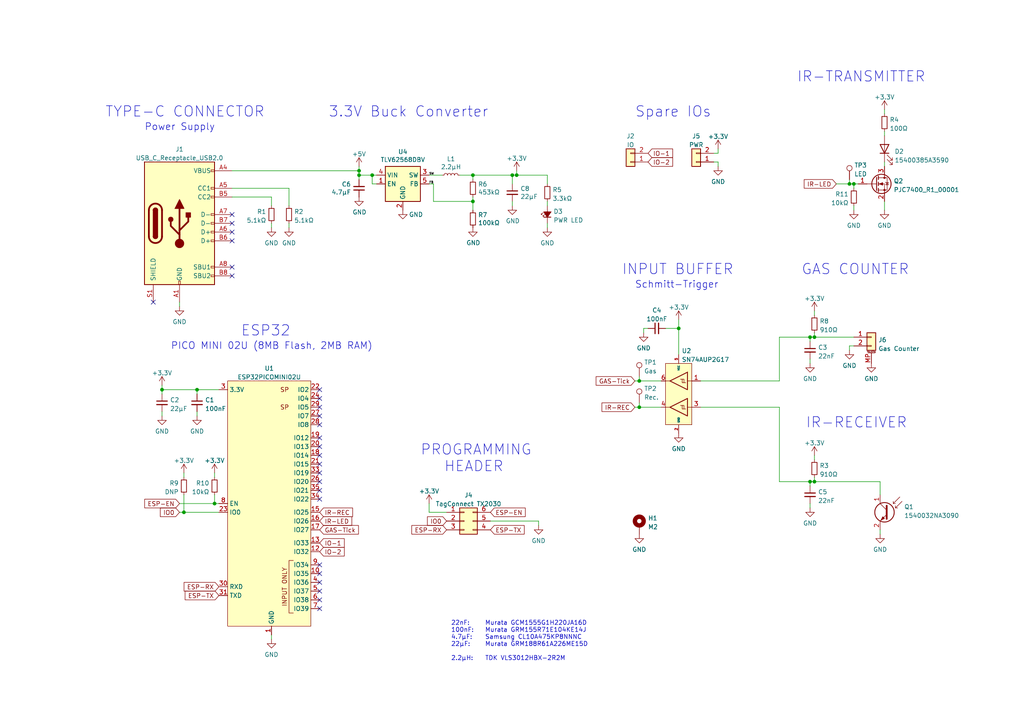
<source format=kicad_sch>
(kicad_sch (version 20211123) (generator eeschema)
  (paper "A4")
  (lib_symbols
    (symbol "Connector:TestPoint" (pin_numbers hide) (pin_names (offset 0.762) hide)
      (property "Reference" "TP" (at 0 6.858 0))
      (property "Value" "TestPoint" (at 0 5.08 0))
      (symbol "TestPoint_0_1"
        (circle (center 0 3.302) (radius 0.762))
      )
      (symbol "TestPoint_1_1"
        (pin passive line (at 0 0 90) (length 2.54) (name "1") (number "1"))
      )
    )
    (symbol "Connector:USB_C_Receptacle_USB2.0" (pin_names (offset 1.016))
      (property "Reference" "J" (at -10.16 19.05 0))
      (property "Value" "USB_C_Receptacle_USB2.0" (at 19.05 19.05 0))
      (symbol "USB_C_Receptacle_USB2.0_0_0"
        (rectangle (start -0.254 -17.78) (end 0.254 -16.764))
        (rectangle (start 10.16 -14.986) (end 9.144 -15.494))
        (rectangle (start 10.16 -12.446) (end 9.144 -12.954))
        (rectangle (start 10.16 -4.826) (end 9.144 -5.334))
        (rectangle (start 10.16 -2.286) (end 9.144 -2.794))
        (rectangle (start 10.16 0.254) (end 9.144 -0.254))
        (rectangle (start 10.16 2.794) (end 9.144 2.286))
        (rectangle (start 10.16 7.874) (end 9.144 7.366))
        (rectangle (start 10.16 10.414) (end 9.144 9.906))
        (rectangle (start 10.16 15.494) (end 9.144 14.986))
      )
      (symbol "USB_C_Receptacle_USB2.0_0_1"
        (rectangle (start -10.16 17.78) (end 10.16 -17.78) (stroke (width 0.254)) (fill (type background)))
        (arc (start -8.89 -3.81) (mid -6.985 -5.715) (end -5.08 -3.81) (stroke (width 0.508)))
        (arc (start -7.62 -3.81) (mid -6.985 -4.445) (end -6.35 -3.81) (stroke (width 0.254)))
        (arc (start -7.62 -3.81) (mid -6.985 -4.445) (end -6.35 -3.81) (stroke (width 0.254)) (fill (type outline)))
        (rectangle (start -7.62 -3.81) (end -6.35 3.81) (stroke (width 0.254)) (fill (type outline)))
        (arc (start -6.35 3.81) (mid -6.985 4.445) (end -7.62 3.81) (stroke (width 0.254)))
        (arc (start -6.35 3.81) (mid -6.985 4.445) (end -7.62 3.81) (stroke (width 0.254)) (fill (type outline)))
        (arc (start -5.08 3.81) (mid -6.985 5.715) (end -8.89 3.81) (stroke (width 0.508)))
        (circle (center -2.54 1.143) (radius 0.635) (stroke (width 0.254)) (fill (type outline)))
        (circle (center 0 -5.842) (radius 1.27) (fill (type outline)))
        (polyline (pts (xy -8.89 -3.81) (xy -8.89 3.81)) (stroke (width 0.508)))
        (polyline (pts (xy -5.08 3.81) (xy -5.08 -3.81)) (stroke (width 0.508)))
        (polyline (pts (xy 0 -5.842) (xy 0 4.318)) (stroke (width 0.508)))
        (polyline (pts (xy 0 -3.302) (xy -2.54 -0.762) (xy -2.54 0.508)) (stroke (width 0.508)))
        (polyline (pts (xy 0 -2.032) (xy 2.54 0.508) (xy 2.54 1.778)) (stroke (width 0.508)))
        (polyline (pts (xy -1.27 4.318) (xy 0 6.858) (xy 1.27 4.318) (xy -1.27 4.318)) (stroke (width 0.254)) (fill (type outline)))
        (rectangle (start 1.905 1.778) (end 3.175 3.048) (stroke (width 0.254)) (fill (type outline)))
      )
      (symbol "USB_C_Receptacle_USB2.0_1_1"
        (pin passive line (at 0 -22.86 90) (length 5.08) (name "GND") (number "A1"))
        (pin passive line (at 0 -22.86 90) (length 5.08) hide (name "GND") (number "A12"))
        (pin passive line (at 15.24 15.24 180) (length 5.08) (name "VBUS") (number "A4"))
        (pin bidirectional line (at 15.24 10.16 180) (length 5.08) (name "CC1") (number "A5"))
        (pin bidirectional line (at 15.24 -2.54 180) (length 5.08) (name "D+") (number "A6"))
        (pin bidirectional line (at 15.24 2.54 180) (length 5.08) (name "D-") (number "A7"))
        (pin bidirectional line (at 15.24 -12.7 180) (length 5.08) (name "SBU1") (number "A8"))
        (pin passive line (at 15.24 15.24 180) (length 5.08) hide (name "VBUS") (number "A9"))
        (pin passive line (at 0 -22.86 90) (length 5.08) hide (name "GND") (number "B1"))
        (pin passive line (at 0 -22.86 90) (length 5.08) hide (name "GND") (number "B12"))
        (pin passive line (at 15.24 15.24 180) (length 5.08) hide (name "VBUS") (number "B4"))
        (pin bidirectional line (at 15.24 7.62 180) (length 5.08) (name "CC2") (number "B5"))
        (pin bidirectional line (at 15.24 -5.08 180) (length 5.08) (name "D+") (number "B6"))
        (pin bidirectional line (at 15.24 0 180) (length 5.08) (name "D-") (number "B7"))
        (pin bidirectional line (at 15.24 -15.24 180) (length 5.08) (name "SBU2") (number "B8"))
        (pin passive line (at 15.24 15.24 180) (length 5.08) hide (name "VBUS") (number "B9"))
        (pin passive line (at -7.62 -22.86 90) (length 5.08) (name "SHIELD") (number "S1"))
      )
    )
    (symbol "Connector_Generic:Conn_01x02" (pin_names (offset 1.016) hide)
      (property "Reference" "J" (at 0 2.54 0))
      (property "Value" "Conn_01x02" (at 0 -5.08 0))
      (symbol "Conn_01x02_1_1"
        (rectangle (start -1.27 -2.413) (end 0 -2.667) (stroke (width 0.1524)))
        (rectangle (start -1.27 0.127) (end 0 -0.127) (stroke (width 0.1524)))
        (rectangle (start -1.27 1.27) (end 1.27 -3.81) (stroke (width 0.254)) (fill (type background)))
        (pin passive line (at -5.08 0 0) (length 3.81) (name "Pin_1") (number "1"))
        (pin passive line (at -5.08 -2.54 0) (length 3.81) (name "Pin_2") (number "2"))
      )
    )
    (symbol "Connector_Generic:Conn_02x03_Counter_Clockwise" (pin_names (offset 1.016) hide)
      (property "Reference" "J" (at 1.27 5.08 0))
      (property "Value" "Conn_02x03_Counter_Clockwise" (at 1.27 -5.08 0))
      (symbol "Conn_02x03_Counter_Clockwise_1_1"
        (rectangle (start -1.27 -2.413) (end 0 -2.667) (stroke (width 0.1524)))
        (rectangle (start -1.27 0.127) (end 0 -0.127) (stroke (width 0.1524)))
        (rectangle (start -1.27 2.667) (end 0 2.413) (stroke (width 0.1524)))
        (rectangle (start -1.27 3.81) (end 3.81 -3.81) (stroke (width 0.254)) (fill (type background)))
        (rectangle (start 3.81 -2.413) (end 2.54 -2.667) (stroke (width 0.1524)))
        (rectangle (start 3.81 0.127) (end 2.54 -0.127) (stroke (width 0.1524)))
        (rectangle (start 3.81 2.667) (end 2.54 2.413) (stroke (width 0.1524)))
        (pin passive line (at -5.08 2.54 0) (length 3.81) (name "Pin_1") (number "1"))
        (pin passive line (at -5.08 0 0) (length 3.81) (name "Pin_2") (number "2"))
        (pin passive line (at -5.08 -2.54 0) (length 3.81) (name "Pin_3") (number "3"))
        (pin passive line (at 7.62 -2.54 180) (length 3.81) (name "Pin_4") (number "4"))
        (pin passive line (at 7.62 0 180) (length 3.81) (name "Pin_5") (number "5"))
        (pin passive line (at 7.62 2.54 180) (length 3.81) (name "Pin_6") (number "6"))
      )
    )
    (symbol "Connector_Generic_MountingPin:Conn_01x02_MountingPin" (pin_names (offset 1.016) hide)
      (property "Reference" "J" (at 0 2.54 0))
      (property "Value" "Conn_01x02_MountingPin" (at 1.27 -5.08 0))
      (symbol "Conn_01x02_MountingPin_1_1"
        (rectangle (start -1.27 -2.413) (end 0 -2.667) (stroke (width 0.1524)))
        (rectangle (start -1.27 0.127) (end 0 -0.127) (stroke (width 0.1524)))
        (rectangle (start -1.27 1.27) (end 1.27 -3.81) (stroke (width 0.254)) (fill (type background)))
        (polyline (pts (xy -1.016 -4.572) (xy 1.016 -4.572)) (stroke (width 0.1524)))
        (text "Mounting" (at 0 -4.191 0) (effects (font (size 0.381 0.381))))
        (pin passive line (at -5.08 0 0) (length 3.81) (name "Pin_1") (number "1"))
        (pin passive line (at -5.08 -2.54 0) (length 3.81) (name "Pin_2") (number "2"))
        (pin passive line (at 0 -7.62 90) (length 3.048) (name "MountPin") (number "MP"))
      )
    )
    (symbol "Device:C_Small" (pin_numbers hide) (pin_names (offset 0.254) hide)
      (property "Reference" "C" (at 0.254 1.778 0))
      (property "Value" "C_Small" (at 0.254 -2.032 0))
      (symbol "C_Small_0_1"
        (polyline (pts (xy -1.524 -0.508) (xy 1.524 -0.508)) (stroke (width 0.3302)))
        (polyline (pts (xy -1.524 0.508) (xy 1.524 0.508)) (stroke (width 0.3048)))
      )
      (symbol "C_Small_1_1"
        (pin passive line (at 0 2.54 270) (length 2.032) (name "~") (number "1"))
        (pin passive line (at 0 -2.54 90) (length 2.032) (name "~") (number "2"))
      )
    )
    (symbol "Device:LED" (pin_numbers hide) (pin_names (offset 1.016) hide)
      (property "Reference" "D" (at 0 2.54 0))
      (property "Value" "LED" (at 0 -2.54 0))
      (symbol "LED_0_1"
        (polyline (pts (xy -1.27 -1.27) (xy -1.27 1.27)) (stroke (width 0.254)))
        (polyline (pts (xy -1.27 0) (xy 1.27 0)))
        (polyline (pts (xy 1.27 -1.27) (xy 1.27 1.27) (xy -1.27 0) (xy 1.27 -1.27)) (stroke (width 0.254)))
        (polyline (pts (xy -3.048 -0.762) (xy -4.572 -2.286) (xy -3.81 -2.286) (xy -4.572 -2.286) (xy -4.572 -1.524)))
        (polyline (pts (xy -1.778 -0.762) (xy -3.302 -2.286) (xy -2.54 -2.286) (xy -3.302 -2.286) (xy -3.302 -1.524)))
      )
      (symbol "LED_1_1"
        (pin passive line (at -3.81 0 0) (length 2.54) (name "K") (number "1"))
        (pin passive line (at 3.81 0 180) (length 2.54) (name "A") (number "2"))
      )
    )
    (symbol "Device:LED_Small_Filled" (pin_numbers hide) (pin_names (offset 0.254) hide)
      (property "Reference" "D" (at -1.27 3.175 0))
      (property "Value" "LED_Small_Filled" (at -4.445 -2.54 0))
      (symbol "LED_Small_Filled_0_1"
        (polyline (pts (xy -0.762 -1.016) (xy -0.762 1.016)) (stroke (width 0.254)))
        (polyline (pts (xy 1.016 0) (xy -0.762 0)))
        (polyline (pts (xy 0.762 -1.016) (xy -0.762 0) (xy 0.762 1.016) (xy 0.762 -1.016)) (stroke (width 0.254)) (fill (type outline)))
        (polyline (pts (xy 0 0.762) (xy -0.508 1.27) (xy -0.254 1.27) (xy -0.508 1.27) (xy -0.508 1.016)))
        (polyline (pts (xy 0.508 1.27) (xy 0 1.778) (xy 0.254 1.778) (xy 0 1.778) (xy 0 1.524)))
      )
      (symbol "LED_Small_Filled_1_1"
        (pin passive line (at -2.54 0 0) (length 1.778) (name "K") (number "1"))
        (pin passive line (at 2.54 0 180) (length 1.778) (name "A") (number "2"))
      )
    )
    (symbol "Device:L_Small" (pin_numbers hide) (pin_names (offset 0.254) hide)
      (property "Reference" "L" (at 0.762 1.016 0))
      (property "Value" "L_Small" (at 0.762 -1.016 0))
      (symbol "L_Small_0_1"
        (arc (start 0 -2.032) (mid 0.508 -1.524) (end 0 -1.016))
        (arc (start 0 -1.016) (mid 0.508 -0.508) (end 0 0))
        (arc (start 0 0) (mid 0.508 0.508) (end 0 1.016))
        (arc (start 0 1.016) (mid 0.508 1.524) (end 0 2.032))
      )
      (symbol "L_Small_1_1"
        (pin passive line (at 0 2.54 270) (length 0.508) (name "~") (number "1"))
        (pin passive line (at 0 -2.54 90) (length 0.508) (name "~") (number "2"))
      )
    )
    (symbol "Device:Q_NMOS_GSD" (pin_names (offset 0) hide)
      (property "Reference" "Q" (at 5.08 1.27 0))
      (property "Value" "Q_NMOS_GSD" (at 5.08 -1.27 0))
      (symbol "Q_NMOS_GSD_0_1"
        (polyline (pts (xy 0.254 0) (xy -2.54 0)))
        (polyline (pts (xy 0.254 1.905) (xy 0.254 -1.905)) (stroke (width 0.254)))
        (polyline (pts (xy 0.762 -1.27) (xy 0.762 -2.286)) (stroke (width 0.254)))
        (polyline (pts (xy 0.762 0.508) (xy 0.762 -0.508)) (stroke (width 0.254)))
        (polyline (pts (xy 0.762 2.286) (xy 0.762 1.27)) (stroke (width 0.254)))
        (polyline (pts (xy 2.54 2.54) (xy 2.54 1.778)))
        (polyline (pts (xy 2.54 -2.54) (xy 2.54 0) (xy 0.762 0)))
        (polyline (pts (xy 0.762 -1.778) (xy 3.302 -1.778) (xy 3.302 1.778) (xy 0.762 1.778)))
        (polyline (pts (xy 1.016 0) (xy 2.032 0.381) (xy 2.032 -0.381) (xy 1.016 0)) (fill (type outline)))
        (polyline (pts (xy 2.794 0.508) (xy 2.921 0.381) (xy 3.683 0.381) (xy 3.81 0.254)))
        (polyline (pts (xy 3.302 0.381) (xy 2.921 -0.254) (xy 3.683 -0.254) (xy 3.302 0.381)))
        (circle (center 1.651 0) (radius 2.794) (stroke (width 0.254)))
        (circle (center 2.54 -1.778) (radius 0.254) (fill (type outline)))
        (circle (center 2.54 1.778) (radius 0.254) (fill (type outline)))
      )
      (symbol "Q_NMOS_GSD_1_1"
        (pin input line (at -5.08 0 0) (length 2.54) (name "G") (number "1"))
        (pin passive line (at 2.54 -5.08 90) (length 2.54) (name "S") (number "2"))
        (pin passive line (at 2.54 5.08 270) (length 2.54) (name "D") (number "3"))
      )
    )
    (symbol "Device:Q_Photo_NPN" (pin_names (offset 0) hide)
      (property "Reference" "Q" (at 5.08 1.27 0))
      (property "Value" "Q_Photo_NPN" (at 5.08 -1.27 0))
      (symbol "Q_Photo_NPN_0_1"
        (polyline (pts (xy -1.905 1.27) (xy -2.54 1.27)))
        (polyline (pts (xy -1.27 2.54) (xy -1.905 2.54)))
        (polyline (pts (xy 0.635 0.635) (xy 2.54 2.54)))
        (polyline (pts (xy -3.81 3.175) (xy -1.905 1.27) (xy -1.905 1.905)))
        (polyline (pts (xy -3.175 4.445) (xy -1.27 2.54) (xy -1.27 3.175)))
        (polyline (pts (xy 0.635 -0.635) (xy 2.54 -2.54) (xy 2.54 -2.54)))
        (polyline (pts (xy 0.635 1.905) (xy 0.635 -1.905) (xy 0.635 -1.905)) (stroke (width 0.508)))
        (polyline (pts (xy 1.27 -1.778) (xy 1.778 -1.27) (xy 2.286 -2.286) (xy 1.27 -1.778) (xy 1.27 -1.778)) (fill (type outline)))
        (circle (center 1.27 0) (radius 2.8194) (stroke (width 0.254)))
      )
      (symbol "Q_Photo_NPN_1_1"
        (pin passive line (at 2.54 5.08 270) (length 2.54) (name "C") (number "1"))
        (pin passive line (at 2.54 -5.08 90) (length 2.54) (name "E") (number "2"))
      )
    )
    (symbol "Device:R_Small" (pin_numbers hide) (pin_names (offset 0.254) hide)
      (property "Reference" "R" (at 0.762 0.508 0))
      (property "Value" "R_Small" (at 0.762 -1.016 0))
      (symbol "R_Small_0_1"
        (rectangle (start -0.762 1.778) (end 0.762 -1.778) (stroke (width 0.2032)))
      )
      (symbol "R_Small_1_1"
        (pin passive line (at 0 2.54 270) (length 0.762) (name "~") (number "1"))
        (pin passive line (at 0 -2.54 90) (length 0.762) (name "~") (number "2"))
      )
    )
    (symbol "Franz-Lib:ESP32­PICO­MINI­02U"
      (property "Reference" "U" (at 0 38.1 0))
      (property "Value" "ESP32­PICO­MINI­02U" (at 0 35.56 0))
      (symbol "ESP32­PICO­MINI­02U_0_0"
        (rectangle (start 11.43 -38.1) (end -12.7 33.02) (stroke (width 0.1524)) (fill (type background)))
        (text "INPUT ONLY" (at 3.81 -26.67 900) (effects (font (size 1.27 1.27))))
        (text "SP" (at 3.81 25.4 0) (effects (font (size 1.27 1.27))))
        (text "SP" (at 3.81 30.48 0) (effects (font (size 1.27 1.27))))
      )
      (symbol "ESP32­PICO­MINI­02U_0_1"
        (polyline (pts (xy 6.35 -19.05) (xy 5.08 -19.05) (xy 5.08 -34.29) (xy 6.35 -34.29)) (stroke (width 0.1524)))
      )
      (symbol "ESP32­PICO­MINI­02U_1_1"
        (pin power_in line (at 0 -40.64 90) (length 2.54) (name "GND") (number "1"))
        (pin input line (at 13.97 -22.86 180) (length 2.54) (name "IO35") (number "10"))
        (pin power_in line (at 0 -40.64 90) (length 2.54) hide (name "GND") (number "11"))
        (pin bidirectional line (at 13.97 -16.51 180) (length 2.54) (name "IO32") (number "12"))
        (pin bidirectional line (at 13.97 -13.97 180) (length 2.54) (name "IO33") (number "13"))
        (pin power_in line (at 0 -40.64 90) (length 2.54) hide (name "GND") (number "14"))
        (pin bidirectional line (at 13.97 -5.08 180) (length 2.54) (name "IO25") (number "15"))
        (pin bidirectional line (at 13.97 -7.62 180) (length 2.54) (name "IO26") (number "16"))
        (pin bidirectional line (at 13.97 -10.16 180) (length 2.54) (name "IO27") (number "17"))
        (pin bidirectional line (at 13.97 11.43 180) (length 2.54) (name "IO14") (number "18"))
        (pin bidirectional line (at 13.97 16.51 180) (length 2.54) (name "IO12") (number "19"))
        (pin power_in line (at 0 -40.64 90) (length 2.54) hide (name "GND") (number "2"))
        (pin bidirectional line (at 13.97 13.97 180) (length 2.54) (name "IO13") (number "20"))
        (pin bidirectional line (at 13.97 8.89 180) (length 2.54) (name "IO15") (number "21"))
        (pin bidirectional line (at 13.97 30.48 180) (length 2.54) (name "IO2") (number "22"))
        (pin bidirectional line (at -15.24 -5.08 0) (length 2.54) (name "IO0") (number "23"))
        (pin bidirectional line (at 13.97 27.94 180) (length 2.54) (name "IO4") (number "24"))
        (pin no_connect line (at -6.985 -38.735 90) (length 2.54) hide (name "NC") (number "25"))
        (pin bidirectional line (at 13.97 3.81 180) (length 2.54) (name "IO20") (number "26"))
        (pin bidirectional line (at 13.97 22.86 180) (length 2.54) (name "IO7") (number "27"))
        (pin bidirectional line (at 13.97 20.32 180) (length 2.54) (name "IO8") (number "28"))
        (pin bidirectional line (at 13.97 25.4 180) (length 2.54) (name "IO5") (number "29"))
        (pin power_in line (at -15.24 30.48 0) (length 2.54) (name "3.3V") (number "3"))
        (pin bidirectional line (at -15.24 -26.67 0) (length 2.54) (name "RXD") (number "30"))
        (pin bidirectional line (at -15.24 -29.21 0) (length 2.54) (name "TXD") (number "31"))
        (pin no_connect line (at -4.445 -38.735 90) (length 2.54) hide (name "NC") (number "32"))
        (pin bidirectional line (at 13.97 6.35 180) (length 2.54) (name "IO19") (number "33"))
        (pin bidirectional line (at 13.97 -1.27 180) (length 2.54) (name "IO22") (number "34"))
        (pin bidirectional line (at 13.97 1.27 180) (length 2.54) (name "IO21") (number "35"))
        (pin input line (at 13.97 -25.4 180) (length 2.54) (name "IO36") (number "4"))
        (pin power_in line (at 0 -40.64 90) (length 2.54) hide (name "GND") (number "49"))
        (pin input line (at 13.97 -27.94 180) (length 2.54) (name "IO37") (number "5"))
        (pin input line (at 13.97 -30.48 180) (length 2.54) (name "IO38") (number "6"))
        (pin input line (at 13.97 -33.02 180) (length 2.54) (name "IO39") (number "7"))
        (pin input line (at -15.24 -2.54 0) (length 2.54) (name "EN") (number "8"))
        (pin input line (at 13.97 -20.32 180) (length 2.54) (name "IO34") (number "9"))
      )
    )
    (symbol "Franz-Lib:SN74AUP2G17"
      (property "Reference" "U" (at 0 16.51 0))
      (property "Value" "SN74AUP2G17" (at 0 13.97 0))
      (symbol "SN74AUP2G17_0_1"
        (rectangle (start -3.81 8.89) (end 3.81 -8.89) (stroke (width 0.1524)) (fill (type background)))
        (polyline (pts (xy -2.54 -3.81) (xy -3.81 -3.81)) (stroke (width 0.1524)))
        (polyline (pts (xy -2.54 3.81) (xy -3.81 3.81)) (stroke (width 0.1524)))
        (polyline (pts (xy -1.016 -3.302) (xy -0.508 -3.302)))
        (polyline (pts (xy -1.016 4.318) (xy -0.508 4.318)))
        (polyline (pts (xy 2.54 -3.81) (xy 3.81 -3.81)) (stroke (width 0.1524)))
        (polyline (pts (xy 3.81 3.81) (xy 2.54 3.81)) (stroke (width 0.1524)))
        (polyline (pts (xy -2.54 -1.27) (xy -2.54 -6.35) (xy 2.54 -3.81) (xy -2.54 -1.27)) (stroke (width 0.254)) (fill (type background)))
        (polyline (pts (xy -2.54 6.35) (xy -2.54 1.27) (xy 2.54 3.81) (xy -2.54 6.35)) (stroke (width 0.254)) (fill (type background)))
        (polyline (pts (xy -1.524 -4.318) (xy -1.524 -3.302) (xy -1.016 -3.302) (xy -1.016 -4.318) (xy -2.032 -4.318)))
        (polyline (pts (xy -1.524 3.302) (xy -1.524 4.318) (xy -1.016 4.318) (xy -1.016 3.302) (xy -2.032 3.302)))
      )
      (symbol "SN74AUP2G17_1_1"
        (pin input line (at -6.35 3.81 0) (length 2.54) (name "~") (number "1"))
        (pin power_in line (at 0 -11.43 90) (length 2.54) (name "GND") (number "2"))
        (pin input line (at -6.35 -3.81 0) (length 2.54) (name "~") (number "3"))
        (pin output line (at 5.08 -3.81 180) (length 1.27) (name "~") (number "4"))
        (pin power_in line (at 0 11.43 270) (length 2.54) (name "VCC") (number "5"))
        (pin output line (at 5.08 3.81 180) (length 1.27) (name "~") (number "6"))
      )
    )
    (symbol "Mechanical:MountingHole_Pad" (pin_numbers hide) (pin_names (offset 1.016) hide)
      (property "Reference" "H" (at 0 6.35 0))
      (property "Value" "MountingHole_Pad" (at 0 4.445 0))
      (symbol "MountingHole_Pad_0_1"
        (circle (center 0 1.27) (radius 1.27) (stroke (width 1.27)))
      )
      (symbol "MountingHole_Pad_1_1"
        (pin input line (at 0 -2.54 90) (length 2.54) (name "1") (number "1"))
      )
    )
    (symbol "Regulator_Switching:TLV62568DBV"
      (property "Reference" "U" (at -5.08 6.35 0))
      (property "Value" "TLV62568DBV" (at 0 6.35 0))
      (symbol "TLV62568DBV_0_1"
        (rectangle (start -5.08 5.08) (end 5.08 -5.08) (stroke (width 0.254)) (fill (type background)))
      )
      (symbol "TLV62568DBV_1_1"
        (pin input line (at -7.62 0 0) (length 2.54) (name "EN") (number "1"))
        (pin power_in line (at 0 -7.62 90) (length 2.54) (name "GND") (number "2"))
        (pin power_out line (at 7.62 2.54 180) (length 2.54) (name "SW") (number "3"))
        (pin power_in line (at -7.62 2.54 0) (length 2.54) (name "VIN") (number "4"))
        (pin input line (at 7.62 0 180) (length 2.54) (name "FB") (number "5"))
      )
    )
    (symbol "power:+3.3V" (power) (pin_names (offset 0))
      (property "Value" "+3.3V" (at 0 3.556 0))
      (symbol "+3.3V_0_1"
        (polyline (pts (xy -0.762 1.27) (xy 0 2.54)))
        (polyline (pts (xy 0 0) (xy 0 2.54)))
        (polyline (pts (xy 0 2.54) (xy 0.762 1.27)))
      )
      (symbol "+3.3V_1_1"
        (pin power_in line (at 0 0 90) (length 0) hide (name "+3.3V") (number "1"))
      )
    )
    (symbol "power:+5V" (power) (pin_names (offset 0))
      (property "Value" "+5V" (at 0 3.556 0))
      (symbol "+5V_0_1"
        (polyline (pts (xy -0.762 1.27) (xy 0 2.54)))
        (polyline (pts (xy 0 0) (xy 0 2.54)))
        (polyline (pts (xy 0 2.54) (xy 0.762 1.27)))
      )
      (symbol "+5V_1_1"
        (pin power_in line (at 0 0 90) (length 0) hide (name "+5V") (number "1"))
      )
    )
    (symbol "power:GND" (power) (pin_names (offset 0))
      (property "Value" "GND" (at 0 -3.81 0))
      (symbol "GND_0_1"
        (polyline (pts (xy 0 0) (xy 0 -1.27) (xy 1.27 -1.27) (xy 0 -2.54) (xy -1.27 -1.27) (xy 0 -1.27)))
      )
      (symbol "GND_1_1"
        (pin power_in line (at 0 0 270) (length 0) hide (name "GND") (number "1"))
      )
    )
  )
  (junction (at 137.16 58.42))
  (junction (at 236.22 97.79))
  (junction (at 104.14 49.53))
  (junction (at 107.95 50.8))
  (junction (at 62.23 146.05))
  (junction (at 236.22 139.7))
  (junction (at 234.95 139.7))
  (junction (at 104.14 50.8))
  (junction (at 185.42 110.49))
  (junction (at 149.86 50.8))
  (junction (at 247.65 53.34))
  (junction (at 53.34 148.59))
  (junction (at 246.38 53.34))
  (junction (at 234.95 97.79))
  (junction (at 137.16 50.8))
  (junction (at 196.85 95.25))
  (junction (at 46.99 113.03))
  (junction (at 148.59 50.8))
  (junction (at 57.15 113.03))
  (junction (at 185.42 118.11))
  (no_connect (at 67.31 62.23))
  (no_connect (at 67.31 67.31))
  (no_connect (at 67.31 64.77))
  (no_connect (at 67.31 80.01))
  (no_connect (at 44.45 87.63))
  (no_connect (at 67.31 77.47))
  (no_connect (at 67.31 69.85))
  (no_connect (at 92.71 113.03))
  (no_connect (at 92.71 115.57))
  (no_connect (at 92.71 118.11))
  (no_connect (at 92.71 120.65))
  (no_connect (at 92.71 123.19))
  (no_connect (at 92.71 127))
  (no_connect (at 92.71 129.54))
  (no_connect (at 92.71 132.08))
  (no_connect (at 92.71 134.62))
  (no_connect (at 92.71 137.16))
  (no_connect (at 92.71 139.7))
  (no_connect (at 92.71 142.24))
  (no_connect (at 92.71 144.78))
  (no_connect (at 92.71 163.83))
  (no_connect (at 92.71 166.37))
  (no_connect (at 92.71 168.91))
  (no_connect (at 92.71 171.45))
  (no_connect (at 92.71 173.99))
  (no_connect (at 92.71 176.53))
  (wire (pts (xy 234.95 97.79) (xy 236.22 97.79)))
  (wire (pts (xy 137.16 58.42) (xy 125.73 58.42)))
  (wire (pts (xy 247.65 53.34) (xy 247.65 54.61)))
  (wire (pts (xy 156.21 152.4) (xy 156.21 151.13)))
  (wire (pts (xy 104.14 50.8) (xy 104.14 52.07)))
  (wire (pts (xy 234.95 97.79) (xy 234.95 99.06)))
  (wire (pts (xy 148.59 59.69) (xy 148.59 58.42)))
  (wire (pts (xy 62.23 137.16) (xy 62.23 138.43)))
  (wire (pts (xy 149.86 50.8) (xy 158.75 50.8)))
  (wire (pts (xy 185.42 109.22) (xy 185.42 110.49)))
  (wire (pts (xy 185.42 118.11) (xy 191.77 118.11)))
  (wire (pts (xy 226.06 139.7) (xy 234.95 139.7)))
  (wire (pts (xy 208.28 43.18) (xy 208.28 44.45)))
  (wire (pts (xy 57.15 120.65) (xy 57.15 119.38)))
  (wire (pts (xy 149.86 50.8) (xy 148.59 50.8)))
  (wire (pts (xy 124.46 50.8) (xy 128.27 50.8)))
  (wire (pts (xy 83.82 64.77) (xy 83.82 66.04)))
  (wire (pts (xy 46.99 111.76) (xy 46.99 113.03)))
  (wire (pts (xy 236.22 96.52) (xy 236.22 97.79)))
  (wire (pts (xy 78.74 184.15) (xy 78.74 185.42)))
  (wire (pts (xy 196.85 92.71) (xy 196.85 95.25)))
  (wire (pts (xy 83.82 54.61) (xy 83.82 59.69)))
  (wire (pts (xy 256.54 46.99) (xy 256.54 48.26)))
  (wire (pts (xy 109.22 53.34) (xy 107.95 53.34)))
  (wire (pts (xy 234.95 147.32) (xy 234.95 146.05)))
  (wire (pts (xy 137.16 58.42) (xy 137.16 60.96)))
  (wire (pts (xy 236.22 97.79) (xy 247.65 97.79)))
  (wire (pts (xy 186.69 96.52) (xy 186.69 95.25)))
  (wire (pts (xy 78.74 59.69) (xy 78.74 57.15)))
  (wire (pts (xy 57.15 113.03) (xy 63.5 113.03)))
  (wire (pts (xy 185.42 116.84) (xy 185.42 118.11)))
  (wire (pts (xy 137.16 50.8) (xy 137.16 52.07)))
  (wire (pts (xy 226.06 97.79) (xy 234.95 97.79)))
  (wire (pts (xy 149.86 49.53) (xy 149.86 50.8)))
  (wire (pts (xy 104.14 48.26) (xy 104.14 49.53)))
  (wire (pts (xy 57.15 114.3) (xy 57.15 113.03)))
  (wire (pts (xy 236.22 132.08) (xy 236.22 133.35)))
  (wire (pts (xy 208.28 44.45) (xy 207.01 44.45)))
  (wire (pts (xy 226.06 110.49) (xy 226.06 97.79)))
  (wire (pts (xy 148.59 53.34) (xy 148.59 50.8)))
  (wire (pts (xy 125.73 58.42) (xy 125.73 53.34)))
  (wire (pts (xy 52.07 88.9) (xy 52.07 87.63)))
  (wire (pts (xy 208.28 46.99) (xy 207.01 46.99)))
  (wire (pts (xy 256.54 38.1) (xy 256.54 39.37)))
  (wire (pts (xy 234.95 105.41) (xy 234.95 104.14)))
  (wire (pts (xy 246.38 53.34) (xy 247.65 53.34)))
  (wire (pts (xy 236.22 139.7) (xy 255.27 139.7)))
  (wire (pts (xy 158.75 50.8) (xy 158.75 53.34)))
  (wire (pts (xy 246.38 100.33) (xy 247.65 100.33)))
  (wire (pts (xy 185.42 110.49) (xy 191.77 110.49)))
  (wire (pts (xy 52.07 148.59) (xy 53.34 148.59)))
  (wire (pts (xy 246.38 101.6) (xy 246.38 100.33)))
  (wire (pts (xy 226.06 118.11) (xy 226.06 139.7)))
  (wire (pts (xy 62.23 146.05) (xy 63.5 146.05)))
  (wire (pts (xy 137.16 50.8) (xy 148.59 50.8)))
  (wire (pts (xy 104.14 49.53) (xy 104.14 50.8)))
  (wire (pts (xy 156.21 151.13) (xy 142.24 151.13)))
  (wire (pts (xy 46.99 114.3) (xy 46.99 113.03)))
  (wire (pts (xy 53.34 137.16) (xy 53.34 138.43)))
  (wire (pts (xy 52.07 146.05) (xy 62.23 146.05)))
  (wire (pts (xy 53.34 143.51) (xy 53.34 148.59)))
  (wire (pts (xy 62.23 143.51) (xy 62.23 146.05)))
  (wire (pts (xy 107.95 50.8) (xy 107.95 53.34)))
  (wire (pts (xy 236.22 90.17) (xy 236.22 91.44)))
  (wire (pts (xy 78.74 64.77) (xy 78.74 66.04)))
  (wire (pts (xy 67.31 49.53) (xy 104.14 49.53)))
  (wire (pts (xy 234.95 139.7) (xy 234.95 140.97)))
  (wire (pts (xy 107.95 50.8) (xy 109.22 50.8)))
  (wire (pts (xy 184.15 118.11) (xy 185.42 118.11)))
  (wire (pts (xy 196.85 95.25) (xy 196.85 102.87)))
  (wire (pts (xy 67.31 54.61) (xy 83.82 54.61)))
  (wire (pts (xy 203.2 118.11) (xy 226.06 118.11)))
  (wire (pts (xy 234.95 139.7) (xy 236.22 139.7)))
  (wire (pts (xy 158.75 58.42) (xy 158.75 59.69)))
  (wire (pts (xy 246.38 52.07) (xy 246.38 53.34)))
  (wire (pts (xy 124.46 148.59) (xy 129.54 148.59)))
  (wire (pts (xy 137.16 57.15) (xy 137.16 58.42)))
  (wire (pts (xy 247.65 60.96) (xy 247.65 59.69)))
  (wire (pts (xy 247.65 53.34) (xy 248.92 53.34)))
  (wire (pts (xy 186.69 95.25) (xy 187.96 95.25)))
  (wire (pts (xy 53.34 148.59) (xy 63.5 148.59)))
  (wire (pts (xy 125.73 53.34) (xy 124.46 53.34)))
  (wire (pts (xy 46.99 119.38) (xy 46.99 120.65)))
  (wire (pts (xy 255.27 139.7) (xy 255.27 143.51)))
  (wire (pts (xy 256.54 60.96) (xy 256.54 58.42)))
  (wire (pts (xy 256.54 31.75) (xy 256.54 33.02)))
  (wire (pts (xy 46.99 113.03) (xy 57.15 113.03)))
  (wire (pts (xy 124.46 146.05) (xy 124.46 148.59)))
  (wire (pts (xy 133.35 50.8) (xy 137.16 50.8)))
  (wire (pts (xy 255.27 154.94) (xy 255.27 153.67)))
  (wire (pts (xy 193.04 95.25) (xy 196.85 95.25)))
  (wire (pts (xy 208.28 48.26) (xy 208.28 46.99)))
  (wire (pts (xy 236.22 138.43) (xy 236.22 139.7)))
  (wire (pts (xy 78.74 57.15) (xy 67.31 57.15)))
  (wire (pts (xy 203.2 110.49) (xy 226.06 110.49)))
  (wire (pts (xy 158.75 66.04) (xy 158.75 64.77)))
  (wire (pts (xy 184.15 110.49) (xy 185.42 110.49)))
  (wire (pts (xy 104.14 50.8) (xy 107.95 50.8)))
  (wire (pts (xy 242.57 53.34) (xy 246.38 53.34)))
  (text "INPUT BUFFER" (at 180.34 80.01 0) (effects (font (size 3 3)) (justify left bottom)))
  (text "Spare IOs" (at 184.15 34.29 0) (effects (font (size 3 3)) (justify left bottom)))
  (text "GAS COUNTER" (at 232.41 80.01 0) (effects (font (size 3 3)) (justify left bottom)))
  (text "22nF: 	Murata GCM1555G1H220JA16D\n100nF: 	Murata GRM155R71E104KE14J\n4.7µF:	Samsung CL10A475KP8NNNC\n22µF: 	Murata GRM188R61A226ME15D\n\n2.2µH:	TDK VLS3012HBX-2R2M" (at 130.81 191.77 0) (effects (font (size 1.27 1.27)) (justify left bottom)))
  (text "Schmitt-Trigger" (at 184.15 83.82 0) (effects (font (size 2 2)) (justify left bottom)))
  (text "PICO MINI 02U (8MB Flash, 2MB RAM)" (at 49.53 101.6 0) (effects (font (size 2 2)) (justify left bottom)))
  (text "3.3V Buck Converter" (at 95.25 34.29 0) (effects (font (size 3 3)) (justify left bottom)))
  (text "TYPE-C CONNECTOR" (at 30.48 34.29 0) (effects (font (size 3 3)) (justify left bottom)))
  (text "Power Supply" (at 41.91 38.1 0) (effects (font (size 2 2)) (justify left bottom)))
  (text "ESP32" (at 69.85 97.79 0) (effects (font (size 3 3)) (justify left bottom)))
  (text "PROGRAMMING\n   HEADER" (at 121.92 137.16 0) (effects (font (size 3 3)) (justify left bottom)))
  (text "IR-RECEIVER" (at 233.68 124.46 0) (effects (font (size 3 3)) (justify left bottom)))
  (text "IR-TRANSMITTER" (at 231.14 24.13 0) (effects (font (size 3 3)) (justify left bottom)))
  (label "SW" (at 124.46 50.8 0) (effects (font (size 0.6 0.6))))
  (label "FB" (at 124.46 53.34 0) (effects (font (size 0.6 0.6))))
  (global_label "IR-REC" (shape input) (at 184.15 118.11 180) (property "Intersheet References" "${INTERSHEET_REFS}" (effects hide)))
  (global_label "IO0" (shape input) (at 129.54 151.13 180) (property "Intersheet References" "${INTERSHEET_REFS}" (effects hide)))
  (global_label "ESP-EN" (shape input) (at 142.24 148.59 0) (property "Intersheet References" "${INTERSHEET_REFS}" (effects hide)))
  (global_label "IR-REC" (shape input) (at 92.71 148.59 0) (property "Intersheet References" "${INTERSHEET_REFS}" (effects hide)))
  (global_label "ESP-RX" (shape input) (at 63.5 170.18 180) (property "Intersheet References" "${INTERSHEET_REFS}" (effects hide)))
  (global_label "IO-1" (shape input) (at 92.71 157.48 0) (property "Intersheet References" "${INTERSHEET_REFS}" (effects hide)))
  (global_label "ESP-EN" (shape input) (at 52.07 146.05 180) (property "Intersheet References" "${INTERSHEET_REFS}" (effects hide)))
  (global_label "ESP-TX" (shape input) (at 142.24 153.67 0) (property "Intersheet References" "${INTERSHEET_REFS}" (effects hide)))
  (global_label "GAS-Tick" (shape input) (at 184.15 110.49 180) (property "Intersheet References" "${INTERSHEET_REFS}" (effects hide)))
  (global_label "ESP-TX" (shape input) (at 63.5 172.72 180) (property "Intersheet References" "${INTERSHEET_REFS}" (effects hide)))
  (global_label "IO0" (shape input) (at 52.07 148.59 180) (property "Intersheet References" "${INTERSHEET_REFS}" (effects hide)))
  (global_label "GAS-Tick" (shape input) (at 92.71 153.67 0) (property "Intersheet References" "${INTERSHEET_REFS}" (effects hide)))
  (global_label "IO-2" (shape input) (at 187.96 46.99 0) (property "Intersheet References" "${INTERSHEET_REFS}" (effects hide)))
  (global_label "ESP-RX" (shape input) (at 129.54 153.67 180) (property "Intersheet References" "${INTERSHEET_REFS}" (effects hide)))
  (global_label "IR-LED" (shape input) (at 242.57 53.34 180) (property "Intersheet References" "${INTERSHEET_REFS}" (effects hide)))
  (global_label "IO-2" (shape input) (at 92.71 160.02 0) (property "Intersheet References" "${INTERSHEET_REFS}" (effects hide)))
  (global_label "IO-1" (shape input) (at 187.96 44.45 0) (property "Intersheet References" "${INTERSHEET_REFS}" (effects hide)))
  (global_label "IR-LED" (shape input) (at 92.71 151.13 0) (property "Intersheet References" "${INTERSHEET_REFS}" (effects hide)))
  (symbol (lib_id "Connector_Generic_MountingPin:Conn_01x02_MountingPin") (at 252.73 97.79 0) (unit 1)
    (property "Reference" "J6" (at 254.762 98.5809 0) (effects (justify left)))
    (property "Value" "Gas Counter" (at 254.762 101.1178 0) (effects (justify left)))
    (property "Footprint" "Franz-Lib:JST_SH_SM02B-SRSS-TB_1x02-1MP_P1.00mm_Horizontal_NoSilk" (effects hide))
  )
  (symbol (lib_id "power:GND") (at 246.38 101.6 0) (unit 1)
    (property "Reference" "#PWR0105" (effects hide))
    (property "Value" "GND" (at 246.38 106.0434 0))
  )
  (symbol (lib_id "power:GND") (at 234.95 147.32 0) (unit 1)
    (property "Reference" "#PWR0106" (effects hide))
    (property "Value" "GND" (at 234.95 151.7634 0))
  )
  (symbol (lib_id "power:+3.3V") (at 149.86 49.53 0) (unit 1)
    (property "Reference" "#PWR0121" (effects hide))
    (property "Value" "+3.3V" (at 149.86 45.9542 0))
  )
  (symbol (lib_id "power:+3.3V") (at 124.46 146.05 0) (unit 1)
    (property "Reference" "#PWR0119" (effects hide))
    (property "Value" "+3.3V" (at 124.46 142.4742 0))
  )
  (symbol (lib_id "power:+3.3V") (at 196.85 92.71 0) (unit 1)
    (property "Reference" "#PWR0103" (effects hide))
    (property "Value" "+3.3V" (at 196.85 89.1342 0))
  )
  (symbol (lib_id "power:GND") (at 234.95 105.41 0) (unit 1)
    (property "Reference" "#PWR0109" (effects hide))
    (property "Value" "GND" (at 234.95 109.8534 0))
  )
  (symbol (lib_id "power:GND") (at 185.42 154.94 0) (unit 1)
    (property "Reference" "#PWR0126" (effects hide))
    (property "Value" "GND" (at 185.42 159.3834 0))
  )
  (symbol (lib_id "Device:R_Small") (at 256.54 35.56 0) (unit 1)
    (property "Reference" "R4" (at 258.0386 34.7253 0) (effects (justify left)))
    (property "Value" "100Ω" (at 258.0386 37.2622 0) (effects (justify left)))
    (property "Footprint" "Franz-Lib:R_0603_1608Metric_NoSilk" (effects hide))
  )
  (symbol (lib_id "power:GND") (at 83.82 66.04 0) (mirror y) (unit 1)
    (property "Reference" "#PWR0116" (effects hide))
    (property "Value" "GND" (at 83.82 70.4834 0))
  )
  (symbol (lib_id "power:GND") (at 186.69 96.52 0) (unit 1)
    (property "Reference" "#PWR0104" (effects hide))
    (property "Value" "GND" (at 186.69 100.9634 0))
  )
  (symbol (lib_id "power:GND") (at 247.65 60.96 0) (unit 1)
    (property "Reference" "#PWR0134" (effects hide))
    (property "Value" "GND" (at 247.65 65.4034 0))
  )
  (symbol (lib_id "Device:R_Small") (at 53.34 140.97 0) (mirror x) (unit 1)
    (property "Reference" "R9" (at 51.8415 140.1353 0) (effects (justify right)))
    (property "Value" "DNP" (at 51.8415 142.6722 0) (effects (justify right)))
    (property "Footprint" "Franz-Lib:R_0402_1005Metric_NoSilk" (effects hide))
  )
  (symbol (lib_id "Connector:TestPoint") (at 185.42 116.84 0) (mirror y) (unit 1)
    (property "Reference" "TP2" (at 186.817 112.7033 0) (effects (justify right)))
    (property "Value" "Rec." (at 186.817 115.2402 0) (effects (justify right)))
    (property "Footprint" "Franz-Lib:TestPoint_Pad_D1.0mm_NoSIlk" (effects hide))
  )
  (symbol (lib_id "power:GND") (at 196.85 125.73 0) (unit 1)
    (property "Reference" "#PWR0110" (effects hide))
    (property "Value" "GND" (at 196.85 130.1734 0))
  )
  (symbol (lib_id "power:GND") (at 156.21 152.4 0) (unit 1)
    (property "Reference" "#PWR0118" (effects hide))
    (property "Value" "GND" (at 156.21 156.8434 0))
  )
  (symbol (lib_id "power:GND") (at 78.74 185.42 0) (mirror y) (unit 1)
    (property "Reference" "#PWR0114" (effects hide))
    (property "Value" "GND" (at 78.74 189.8634 0))
  )
  (symbol (lib_id "power:GND") (at 78.74 66.04 0) (mirror y) (unit 1)
    (property "Reference" "#PWR0115" (effects hide))
    (property "Value" "GND" (at 78.74 70.4834 0))
  )
  (symbol (lib_id "Connector:USB_C_Receptacle_USB2.0") (at 52.07 64.77 0) (unit 1)
    (property "Reference" "J1" (at 52.07 43.2902 0))
    (property "Value" "USB_C_Receptacle_USB2.0" (at 52.07 45.8271 0))
    (property "Footprint" "Franz-Lib:USB_C_Receptacle_C313131_TYPE-C-31-M-12" (effects hide))
    (property "Datasheet" "https://www.usb.org/sites/default/files/documents/usb_type-c.zip" (effects hide))
  )
  (symbol (lib_id "Device:Q_NMOS_GSD") (at 254 53.34 0) (unit 1)
    (property "Reference" "Q2" (at 259.207 52.5053 0) (effects (justify left)))
    (property "Value" "PJC7400_R1_00001" (at 259.207 55.0422 0) (effects (justify left)))
    (property "Footprint" "Franz-Lib:SOT-323_SC-70_NoSilk" (effects hide))
  )
  (symbol (lib_id "power:GND") (at 158.75 66.04 0) (unit 1)
    (property "Reference" "#PWR0125" (effects hide))
    (property "Value" "GND" (at 158.75 70.4834 0))
  )
  (symbol (lib_id "power:+3.3V") (at 62.23 137.16 0) (mirror y) (unit 1)
    (property "Reference" "#PWR0112" (effects hide))
    (property "Value" "+3.3V" (at 62.23 133.5842 0))
  )
  (symbol (lib_id "power:GND") (at 104.14 57.15 0) (unit 1)
    (property "Reference" "#PWR0120" (effects hide))
    (property "Value" "GND" (at 104.267 61.5442 0))
  )
  (symbol (lib_id "Device:C_Small") (at 148.59 55.88 0) (unit 1)
    (property "Reference" "C8" (at 150.9268 54.7116 0) (effects (justify left)))
    (property "Value" "22µF" (at 150.9268 57.023 0) (effects (justify left)))
    (property "Footprint" "Franz-Lib:C_0603_1608Metric_NoSilk" (effects hide))
  )
  (symbol (lib_id "power:GND") (at 137.16 66.04 0) (unit 1)
    (property "Reference" "#PWR0131" (effects hide))
    (property "Value" "GND" (at 137.287 70.4342 0))
  )
  (symbol (lib_id "Regulator_Switching:TLV62568DBV") (at 116.84 53.34 0) (unit 1)
    (property "Reference" "U4" (at 116.84 44.0182 0))
    (property "Value" "TLV62568DBV" (at 116.84 46.3296 0))
    (property "Footprint" "Franz-Lib:SOT-23-5_NoSilk" (effects hide))
    (property "Datasheet" "http://www.ti.com/lit/ds/symlink/tlv62568.pdf" (effects hide))
  )
  (symbol (lib_id "power:+5V") (at 104.14 48.26 0) (unit 1)
    (property "Reference" "#PWR0108" (effects hide))
    (property "Value" "+5V" (at 104.14 44.6842 0))
  )
  (symbol (lib_id "Device:C_Small") (at 46.99 116.84 0) (mirror y) (unit 1)
    (property "Reference" "C2" (at 49.3141 116.0116 0) (effects (justify right)))
    (property "Value" "22µF" (at 49.3141 118.5485 0) (effects (justify right)))
    (property "Footprint" "Franz-Lib:C_0603_1608Metric_NoSilk" (effects hide))
  )
  (symbol (lib_id "Device:R_Small") (at 236.22 135.89 0) (unit 1)
    (property "Reference" "R3" (at 237.7186 135.0553 0) (effects (justify left)))
    (property "Value" "910Ω" (at 237.7186 137.5922 0) (effects (justify left)))
    (property "Footprint" "Franz-Lib:R_0402_1005Metric_NoSilk" (effects hide))
  )
  (symbol (lib_id "Device:R_Small") (at 78.74 62.23 0) (mirror x) (unit 1)
    (property "Reference" "R1" (at 77.2415 61.3953 0) (effects (justify right)))
    (property "Value" "5.1kΩ" (at 77.2415 63.9322 0) (effects (justify right)))
    (property "Footprint" "Franz-Lib:R_0402_1005Metric_NoSilk" (effects hide))
  )
  (symbol (lib_id "Device:R_Small") (at 137.16 54.61 0) (unit 1)
    (property "Reference" "R6" (at 138.6586 53.4416 0) (effects (justify left)))
    (property "Value" "453kΩ" (at 138.6586 55.753 0) (effects (justify left)))
    (property "Footprint" "Franz-Lib:R_0603_1608Metric_NoSilk" (effects hide))
  )
  (symbol (lib_id "Device:LED") (at 256.54 43.18 90) (unit 1)
    (property "Reference" "D2" (at 259.461 43.9328 90) (effects (justify right)))
    (property "Value" "15400385A3590" (at 259.461 46.4697 90) (effects (justify right)))
    (property "Footprint" "Franz-Lib:LED_D3.0mm_IRBlack_NoSillk" (effects hide))
  )
  (symbol (lib_id "Device:LED_Small_Filled") (at 158.75 62.23 90) (unit 1)
    (property "Reference" "D3" (at 160.528 61.3318 90) (effects (justify right)))
    (property "Value" "PWR LED" (at 160.528 63.8687 90) (effects (justify right)))
    (property "Footprint" "Franz-Lib:LED_0603_1608Metric_SmallSilk" (effects hide))
  )
  (symbol (lib_id "power:+3.3V") (at 53.34 137.16 0) (mirror y) (unit 1)
    (property "Reference" "#PWR0132" (effects hide))
    (property "Value" "+3.3V" (at 53.34 133.5842 0))
  )
  (symbol (lib_id "power:GND") (at 208.28 48.26 0) (unit 1)
    (property "Reference" "#PWR0123" (effects hide))
    (property "Value" "GND" (at 208.28 52.7034 0))
  )
  (symbol (lib_id "Device:L_Small") (at 130.81 50.8 90) (unit 1)
    (property "Reference" "L1" (at 130.81 46.101 90))
    (property "Value" "2.2µH" (at 130.81 48.4124 90))
    (property "Footprint" "Franz-Lib:L_Wuerth_MAPI-3012_NoSilk" (effects hide))
  )
  (symbol (lib_id "Franz-Lib:SN74AUP2G17") (at 196.85 114.3 0) (mirror y) (unit 1)
    (property "Reference" "U2" (at 197.7389 101.761 0) (effects (justify right)))
    (property "Value" "SN74AUP2G17" (at 197.7389 104.2979 0) (effects (justify right)))
    (property "Footprint" "Franz-Lib:SOT-363_SC-70-6_NoSilk" (effects hide))
    (property "Datasheet" "https://www.ti.com/lit/ds/symlink/sn74aup2g17.pdf" (effects hide))
  )
  (symbol (lib_id "power:GND") (at 116.84 60.96 0) (unit 1)
    (property "Reference" "#PWR0130" (effects hide))
    (property "Value" "GND" (at 120.65 62.23 0))
  )
  (symbol (lib_id "power:+3.3V") (at 46.99 111.76 0) (mirror y) (unit 1)
    (property "Reference" "#PWR0117" (effects hide))
    (property "Value" "+3.3V" (at 46.99 108.1842 0))
  )
  (symbol (lib_id "power:+3.3V") (at 256.54 31.75 0) (mirror y) (unit 1)
    (property "Reference" "#PWR0133" (effects hide))
    (property "Value" "+3.3V" (at 256.54 28.1742 0))
  )
  (symbol (lib_id "Connector_Generic:Conn_02x03_Counter_Clockwise") (at 134.62 151.13 0) (unit 1)
    (property "Reference" "J4" (at 135.89 143.6202 0))
    (property "Value" "TagConnect TX2030" (at 135.89 146.1571 0))
    (property "Footprint" "Franz-Lib:Tag-Connect_TC2030-IDC-NL_2x03_P1.27mm_Vertical_NoSilk" (effects hide))
  )
  (symbol (lib_id "Device:C_Small") (at 234.95 101.6 0) (unit 1)
    (property "Reference" "C3" (at 237.2741 100.7716 0) (effects (justify left)))
    (property "Value" "22nF" (at 237.2741 103.3085 0) (effects (justify left)))
    (property "Footprint" "Franz-Lib:C_0402_1005Metric_NoSilk" (effects hide))
  )
  (symbol (lib_id "power:+3.3V") (at 208.28 43.18 0) (mirror y) (unit 1)
    (property "Reference" "#PWR0124" (effects hide))
    (property "Value" "+3.3V" (at 208.28 39.6042 0))
  )
  (symbol (lib_id "Device:R_Small") (at 62.23 140.97 0) (mirror x) (unit 1)
    (property "Reference" "R10" (at 60.7314 140.1353 0) (effects (justify right)))
    (property "Value" "10kΩ" (at 60.7314 142.6722 0) (effects (justify right)))
    (property "Footprint" "Franz-Lib:R_0402_1005Metric_NoSilk" (effects hide))
  )
  (symbol (lib_id "power:GND") (at 57.15 120.65 0) (mirror y) (unit 1)
    (property "Reference" "#PWR0122" (effects hide))
    (property "Value" "GND" (at 57.15 125.0934 0))
  )
  (symbol (lib_id "Device:C_Small") (at 190.5 95.25 90) (unit 1)
    (property "Reference" "C4" (at 190.5063 89.9881 90))
    (property "Value" "100nF" (at 190.5063 92.525 90))
    (property "Footprint" "Franz-Lib:C_0402_1005Metric_NoSilk" (effects hide))
  )
  (symbol (lib_id "power:GND") (at 255.27 154.94 0) (unit 1)
    (property "Reference" "#PWR0102" (effects hide))
    (property "Value" "GND" (at 255.27 159.3834 0))
  )
  (symbol (lib_id "power:GND") (at 252.73 105.41 0) (unit 1)
    (property "Reference" "#PWR0128" (effects hide))
    (property "Value" "GND" (at 252.73 109.8534 0))
  )
  (symbol (lib_id "Device:R_Small") (at 158.75 55.88 0) (unit 1)
    (property "Reference" "R5" (at 160.2486 55.0453 0) (effects (justify left)))
    (property "Value" "3.3kΩ" (at 160.2486 57.5822 0) (effects (justify left)))
    (property "Footprint" "Franz-Lib:R_0402_1005Metric_NoSilk" (effects hide))
  )
  (symbol (lib_id "power:GND") (at 148.59 59.69 0) (unit 1)
    (property "Reference" "#PWR0127" (effects hide))
    (property "Value" "GND" (at 148.717 64.0842 0))
  )
  (symbol (lib_id "Device:R_Small") (at 236.22 93.98 0) (unit 1)
    (property "Reference" "R8" (at 237.7186 93.1453 0) (effects (justify left)))
    (property "Value" "910Ω" (at 237.7186 95.6822 0) (effects (justify left)))
    (property "Footprint" "Franz-Lib:R_0402_1005Metric_NoSilk" (effects hide))
  )
  (symbol (lib_id "Device:C_Small") (at 234.95 143.51 0) (unit 1)
    (property "Reference" "C5" (at 237.2741 142.6816 0) (effects (justify left)))
    (property "Value" "22nF" (at 237.2741 145.2185 0) (effects (justify left)))
    (property "Footprint" "Franz-Lib:C_0402_1005Metric_NoSilk" (effects hide))
  )
  (symbol (lib_id "Device:R_Small") (at 247.65 57.15 0) (mirror x) (unit 1)
    (property "Reference" "R11" (at 246.1514 56.3153 0) (effects (justify right)))
    (property "Value" "10kΩ" (at 246.1514 58.8522 0) (effects (justify right)))
    (property "Footprint" "Franz-Lib:R_0402_1005Metric_NoSilk" (effects hide))
  )
  (symbol (lib_id "Mechanical:MountingHole_Pad") (at 185.42 152.4 0) (unit 1)
    (property "Reference" "H1" (at 187.96 150.2953 0) (effects (justify left)))
    (property "Value" "M2" (at 187.96 152.8322 0) (effects (justify left)))
    (property "Footprint" "Franz-Lib:MountingHole_2.2mm_M2_Pad_Via_NoSilk" (effects hide))
  )
  (symbol (lib_id "Device:C_Small") (at 104.14 54.61 0) (mirror x) (unit 1)
    (property "Reference" "C6" (at 101.8032 53.4416 0) (effects (justify right)))
    (property "Value" "4.7µF" (at 101.8032 55.753 0) (effects (justify right)))
    (property "Footprint" "Franz-Lib:C_0603_1608Metric_NoSilk" (effects hide))
  )
  (symbol (lib_id "Connector_Generic:Conn_01x02") (at 182.88 46.99 180) (unit 1)
    (property "Reference" "J2" (at 182.88 39.4802 0))
    (property "Value" "IO" (at 182.88 42.0171 0))
    (property "Footprint" "Franz-Lib:PinHeader_1x02_P2.54mm_Vertical_NoSilk" (effects hide))
  )
  (symbol (lib_id "Device:R_Small") (at 83.82 62.23 0) (unit 1)
    (property "Reference" "R2" (at 85.3186 61.3953 0) (effects (justify left)))
    (property "Value" "5.1kΩ" (at 85.3186 63.9322 0) (effects (justify left)))
    (property "Footprint" "Franz-Lib:R_0402_1005Metric_NoSilk" (effects hide))
  )
  (symbol (lib_id "Connector_Generic:Conn_01x02") (at 201.93 46.99 180) (unit 1)
    (property "Reference" "J5" (at 201.93 39.4802 0))
    (property "Value" "PWR" (at 201.93 42.0171 0))
    (property "Footprint" "Franz-Lib:PinHeader_1x02_P2.54mm_Vertical_NoSilk" (effects hide))
  )
  (symbol (lib_id "power:+3.3V") (at 236.22 90.17 0) (unit 1)
    (property "Reference" "#PWR0129" (effects hide))
    (property "Value" "+3.3V" (at 236.22 86.5942 0))
  )
  (symbol (lib_id "power:+3.3V") (at 236.22 132.08 0) (unit 1)
    (property "Reference" "#PWR0107" (effects hide))
    (property "Value" "+3.3V" (at 236.22 128.5042 0))
  )
  (symbol (lib_id "Connector:TestPoint") (at 246.38 52.07 0) (unit 1)
    (property "Reference" "TP3" (at 247.777 47.9333 0) (effects (justify left)))
    (property "Value" "LED" (at 247.777 50.4702 0) (effects (justify left)))
    (property "Footprint" "Franz-Lib:TestPoint_Pad_D1.0mm_NoSIlk" (effects hide))
  )
  (symbol (lib_id "Device:Q_Photo_NPN") (at 257.81 148.59 0) (mirror y) (unit 1)
    (property "Reference" "Q1" (at 262.255 147.006 0) (effects (justify right)))
    (property "Value" "1540032NA3090" (at 262.255 149.5429 0) (effects (justify right)))
    (property "Footprint" "Franz-Lib:LED_D3.0mm_IRBlack_NoSillk" (effects hide))
  )
  (symbol (lib_id "Franz-Lib:ESP32­PICO­MINI­02U") (at 78.74 143.51 0) (unit 1)
    (property "Reference" "U1" (at 78.105 106.841 0))
    (property "Value" "ESP32­PICO­MINI­02U" (at 78.105 109.3779 0))
    (property "Footprint" "Franz-Lib:ESP32-PICO-MINI-02U" (effects hide))
    (property "Datasheet" "https://www.espressif.com/sites/default/files/documentation/esp32-pico-mini-02_datasheet_en.pdf" (effects hide))
  )
  (symbol (lib_id "power:GND") (at 256.54 60.96 0) (unit 1)
    (property "Reference" "#PWR0101" (effects hide))
    (property "Value" "GND" (at 256.54 65.4034 0))
  )
  (symbol (lib_id "Device:C_Small") (at 57.15 116.84 0) (mirror y) (unit 1)
    (property "Reference" "C1" (at 59.4741 116.0116 0) (effects (justify right)))
    (property "Value" "100nF" (at 59.4741 118.5485 0) (effects (justify right)))
    (property "Footprint" "Franz-Lib:C_0402_1005Metric_NoSilk" (effects hide))
  )
  (symbol (lib_id "Device:R_Small") (at 137.16 63.5 0) (unit 1)
    (property "Reference" "R7" (at 138.6586 62.3316 0) (effects (justify left)))
    (property "Value" "100kΩ" (at 138.6586 64.643 0) (effects (justify left)))
    (property "Footprint" "Franz-Lib:R_0603_1608Metric_NoSilk" (effects hide))
  )
  (symbol (lib_id "Connector:TestPoint") (at 185.42 109.22 0) (mirror y) (unit 1)
    (property "Reference" "TP1" (at 186.817 105.0833 0) (effects (justify right)))
    (property "Value" "Gas" (at 186.817 107.6202 0) (effects (justify right)))
    (property "Footprint" "Franz-Lib:TestPoint_Pad_D1.0mm_NoSIlk" (effects hide))
  )
  (symbol (lib_id "power:GND") (at 52.07 88.9 0) (unit 1)
    (property "Reference" "#PWR0113" (effects hide))
    (property "Value" "GND" (at 52.07 93.3434 0))
  )
  (symbol (lib_id "power:GND") (at 46.99 120.65 0) (mirror y) (unit 1)
    (property "Reference" "#PWR0111" (effects hide))
    (property "Value" "GND" (at 46.99 125.0934 0))
  )
)
</source>
